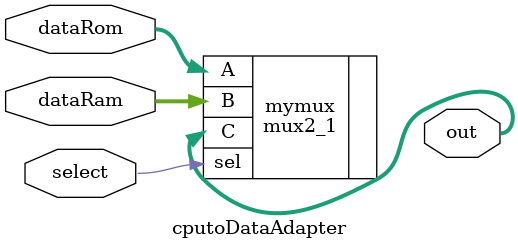
<source format=sv>
module cputoDataAdapter(input [31:0] dataRom,dataRam,input select,output [31:0] out);

	mux2_1 #(.N(32)) mymux (.A(dataRom),.B(dataRam),.sel(select),.C(out));


endmodule 
</source>
